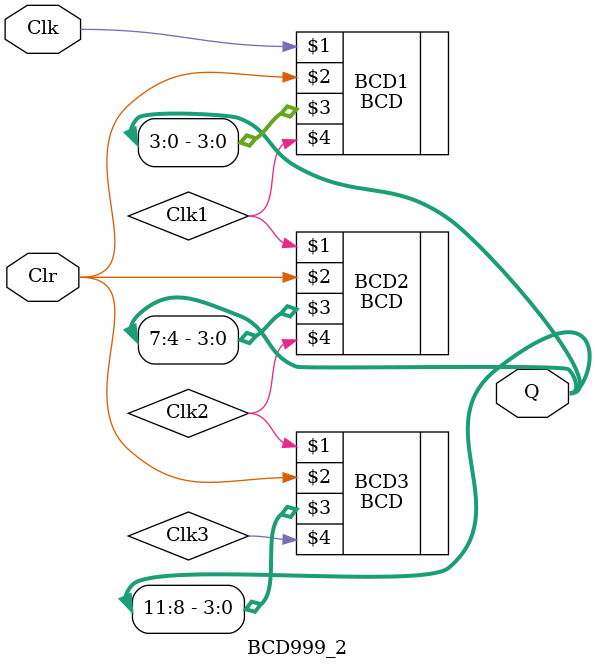
<source format=v>

module BCD999_2 (Clk,Clr,Q);
input  Clk,Clr;		// ¤@¦ì¤¸¿é¤J
output [11:0] Q;	// ¤Q¤G¦ì¤¸¿é¥X
wire   Clk1,Clk2,Clk3;  // «Å§i¬°³s±µ½u¸ê®Æ

// ²£¥Í­p¼Æ­È
BCD BCD1 (Clk , Clr, Q[ 3:0], Clk1);
BCD BCD2 (Clk1, Clr, Q[ 7:4], Clk2);
BCD BCD3 (Clk2, Clr, Q[11:8], Clk3);

endmodule

</source>
